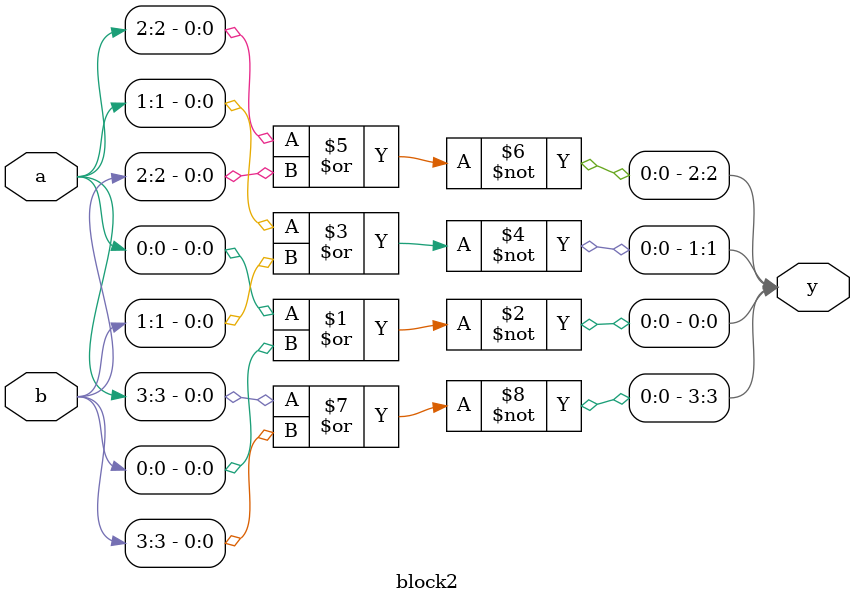
<source format=v>
module block2( 
    input [3:0] a,  // 4-bit input a
    input [3:0] b,  // 4-bit input b
    output [3:0] y  // 4-bit output y
);

    // Perform bitwise NOR operation for each corresponding bit in a and b
    assign y[0] = ~(a[0] | b[0]);
    assign y[1] = ~(a[1] | b[1]);
    assign y[2] = ~(a[2] | b[2]);
    assign y[3] = ~(a[3] | b[3]);

endmodule

</source>
